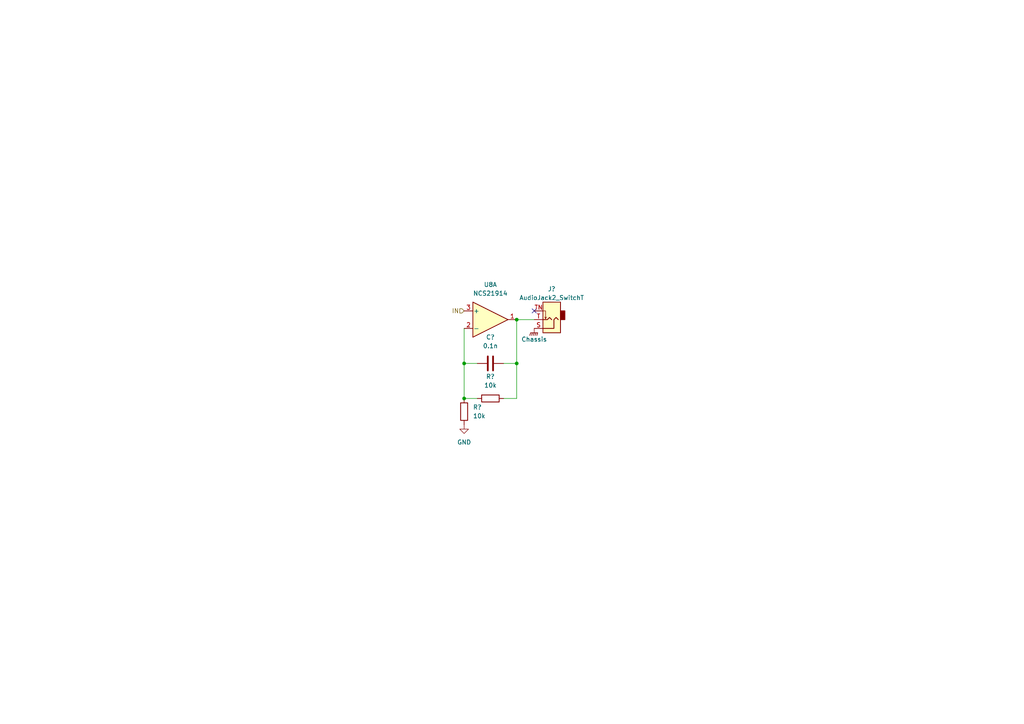
<source format=kicad_sch>
(kicad_sch (version 20211123) (generator eeschema)
  (paper "A4")
  (lib_symbols
    (symbol "Amplifier_Operational:NCS4325" (pin_names (offset 0.127))
      (property "Reference" "U" (at 2.54 6.35 0))
      (property "Value" "NCS4325" (at 2.54 3.81 0))
      (symbol "NCS4325_1_1"
        (polyline (pts (xy 5.08 0) (xy -5.08 5.08) (xy -5.08 -5.08) (xy 5.08 0)) (stroke (width 0.254)) (fill (type background)))
        (pin output line (at 7.62 0 180) (length 2.54) (name "~") (number "1"))
        (pin input line (at -7.62 -2.54 0) (length 2.54) (name "-") (number "2"))
        (pin input line (at -7.62 2.54 0) (length 2.54) (name "+") (number "3"))
      )
      (symbol "NCS4325_2_1"
        (polyline (pts (xy -5.08 5.08) (xy -5.08 -5.08) (xy 5.08 0) (xy -5.08 5.08)) (stroke (width 0.254)) (fill (type background)))
        (pin input line (at -7.62 2.54 0) (length 2.54) (name "+") (number "5"))
        (pin input line (at -7.62 -2.54 0) (length 2.54) (name "-") (number "6"))
        (pin output line (at 7.62 0 180) (length 2.54) (name "~") (number "7"))
      )
      (symbol "NCS4325_3_1"
        (polyline (pts (xy 5.08 0) (xy -5.08 5.08) (xy -5.08 -5.08) (xy 5.08 0)) (stroke (width 0.254)) (fill (type background)))
        (pin input line (at -7.62 2.54 0) (length 2.54) (name "+") (number "10"))
        (pin output line (at 7.62 0 180) (length 2.54) (name "~") (number "8"))
        (pin input line (at -7.62 -2.54 0) (length 2.54) (name "-") (number "9"))
      )
      (symbol "NCS4325_4_1"
        (polyline (pts (xy -5.08 5.08) (xy 5.08 0) (xy -5.08 -5.08) (xy -5.08 5.08)) (stroke (width 0.254)) (fill (type background)))
        (pin input line (at -7.62 2.54 0) (length 2.54) (name "+") (number "12"))
        (pin input line (at -7.62 -2.54 0) (length 2.54) (name "-") (number "13"))
        (pin output line (at 7.62 0 180) (length 2.54) (name "~") (number "14"))
      )
      (symbol "NCS4325_5_1"
        (pin power_in line (at 0 -7.62 90) (length 3.81) (name "V-") (number "11"))
        (pin power_in line (at 0 7.62 270) (length 3.81) (name "V+") (number "4"))
      )
    )
    (symbol "Connector:AudioJack2_SwitchT"
      (property "Reference" "J" (at 0 8.89 0))
      (property "Value" "AudioJack2_SwitchT" (at 0 6.35 0))
      (symbol "AudioJack2_SwitchT_0_1"
        (rectangle (start -2.54 0) (end -3.81 -2.54) (stroke (width 0.254)) (fill (type outline)))
        (polyline (pts (xy 1.778 -0.254) (xy 2.032 -0.762)))
        (polyline (pts (xy 0 0) (xy 0.635 -0.635) (xy 1.27 0) (xy 2.54 0)) (stroke (width 0.254)))
        (polyline (pts (xy 2.54 -2.54) (xy 1.778 -2.54) (xy 1.778 -0.254) (xy 1.524 -0.762)))
        (polyline (pts (xy 2.54 2.54) (xy -0.635 2.54) (xy -0.635 0) (xy -1.27 -0.635) (xy -1.905 0)) (stroke (width 0.254)))
        (rectangle (start 2.54 3.81) (end -2.54 -5.08) (stroke (width 0.254)) (fill (type background)))
      )
      (symbol "AudioJack2_SwitchT_1_1"
        (pin passive line (at 5.08 2.54 180) (length 2.54) (name "~") (number "S"))
        (pin passive line (at 5.08 0 180) (length 2.54) (name "~") (number "T"))
        (pin passive line (at 5.08 -2.54 180) (length 2.54) (name "~") (number "TN"))
      )
    )
    (symbol "Custom:Chassis" (power) (in_bom no) (on_board no)
      (property "Value" "Chassis" (at 0 -3.175 0))
      (symbol "Chassis_0_1"
        (polyline (pts (xy 0 -1.27) (xy 0 0)))
        (polyline (pts (xy -1.016 -1.27) (xy -1.27 -2.032) (xy -1.27 -2.032)) (stroke (width 0.2032)))
        (polyline (pts (xy -0.508 -1.27) (xy -0.762 -2.032) (xy -0.762 -2.032)) (stroke (width 0.2032)))
        (polyline (pts (xy 0 -1.27) (xy -0.254 -2.032) (xy -0.254 -2.032)) (stroke (width 0.2032)))
        (polyline (pts (xy 0.508 -1.27) (xy 0.254 -2.032) (xy 0.254 -2.032)) (stroke (width 0.2032)))
        (polyline (pts (xy 1.016 -1.27) (xy -1.016 -1.27) (xy -1.016 -1.27)) (stroke (width 0.2032)))
        (polyline (pts (xy 1.016 -1.27) (xy 0.762 -2.032) (xy 0.762 -2.032) (xy 0.762 -2.032)) (stroke (width 0.2032)))
      )
      (symbol "Chassis_1_1"
        (pin power_in line (at 0 0 270) (length 0) hide (name "Chassis") (number "1"))
      )
    )
    (symbol "Device:C" (pin_numbers hide) (pin_names (offset 0.254))
      (property "Reference" "C" (at 0.635 2.54 0))
      (property "Value" "C" (at 0.635 -2.54 0))
      (symbol "C_0_1"
        (polyline (pts (xy -2.032 -0.762) (xy 2.032 -0.762)) (stroke (width 0.508)))
        (polyline (pts (xy -2.032 0.762) (xy 2.032 0.762)) (stroke (width 0.508)))
      )
      (symbol "C_1_1"
        (pin passive line (at 0 3.81 270) (length 2.794) (name "~") (number "1"))
        (pin passive line (at 0 -3.81 90) (length 2.794) (name "~") (number "2"))
      )
    )
    (symbol "Device:R" (pin_numbers hide) (pin_names (offset 0))
      (property "Reference" "R" (at 2.032 0 90))
      (property "Value" "R" (at 0 0 90))
      (symbol "R_0_1"
        (rectangle (start -1.016 -2.54) (end 1.016 2.54) (stroke (width 0.254)))
      )
      (symbol "R_1_1"
        (pin passive line (at 0 3.81 270) (length 1.27) (name "~") (number "1"))
        (pin passive line (at 0 -3.81 90) (length 1.27) (name "~") (number "2"))
      )
    )
    (symbol "power:GND" (power) (pin_names (offset 0))
      (property "Value" "GND" (at 0 -3.81 0))
      (symbol "GND_0_1"
        (polyline (pts (xy 0 0) (xy 0 -1.27) (xy 1.27 -1.27) (xy 0 -2.54) (xy -1.27 -1.27) (xy 0 -1.27)))
      )
      (symbol "GND_1_1"
        (pin power_in line (at 0 0 270) (length 0) hide (name "GND") (number "1"))
      )
    )
  )
  (junction (at 149.86 92.71))
  (junction (at 134.62 115.57))
  (junction (at 149.86 105.41))
  (junction (at 134.62 105.41))
  (no_connect (at 154.94 90.17))
  (wire (pts (xy 146.05 105.41) (xy 149.86 105.41)))
  (wire (pts (xy 149.86 92.71) (xy 154.94 92.71)))
  (wire (pts (xy 134.62 115.57) (xy 138.43 115.57)))
  (wire (pts (xy 134.62 105.41) (xy 134.62 95.25)))
  (wire (pts (xy 146.05 115.57) (xy 149.86 115.57)))
  (wire (pts (xy 134.62 105.41) (xy 134.62 115.57)))
  (wire (pts (xy 149.86 105.41) (xy 149.86 115.57)))
  (wire (pts (xy 149.86 105.41) (xy 149.86 92.71)))
  (wire (pts (xy 138.43 105.41) (xy 134.62 105.41)))
  (hierarchical_label "IN" (shape input) (at 134.62 90.17 180))
  (symbol (lib_id "Device:R") (at 142.24 115.57 90) (unit 1)
    (property "Reference" "R?" (at 142.24 109.22 90))
    (property "Value" "10k" (at 142.24 111.76 90))
  )
  (symbol (lib_id "Device:C") (at 142.24 105.41 90) (unit 1)
    (property "Reference" "C?" (at 142.24 97.79 90))
    (property "Value" "0.1n" (at 142.24 100.33 90))
  )
  (symbol (lib_id "Connector:AudioJack2_SwitchT") (at 160.02 92.71 180) (unit 1)
    (property "Reference" "J?" (at 160.02 83.82 0))
    (property "Value" "AudioJack2_SwitchT" (at 160.02 86.36 0))
    (property "Footprint" "Connector_Audio:Jack_3.5mm_QingPu_WQP-PJ398SM_Vertical_CircularHoles" (effects hide))
  )
  (symbol (lib_id "Amplifier_Operational:NCS4325") (at 142.24 92.71 0) (unit 1)
    (property "Reference" "U8" (at 142.24 82.55 0))
    (property "Value" "NCS21914" (at 142.24 85.09 0))
    (property "Footprint" "Package_SO:SOIC-14_3.9x8.7mm_P1.27mm" (effects hide))
  )
  (symbol (lib_id "Custom:Chassis") (at 154.94 95.25 0) (unit 1) (in_bom no) (on_board no)
    (property "Reference" "U?" (effects hide))
    (property "Value" "Chassis" (at 154.94 98.425 0))
  )
  (symbol (lib_id "Device:R") (at 134.62 119.38 180) (unit 1)
    (property "Reference" "R?" (at 137.16 118.1099 0) (effects (justify right)))
    (property "Value" "10k" (at 137.16 120.6499 0) (effects (justify right)))
  )
  (symbol (lib_id "power:GND") (at 134.62 123.19 0) (unit 1)
    (property "Reference" "#PWR?" (effects hide))
    (property "Value" "GND" (at 134.62 128.27 0))
  )
)
</source>
